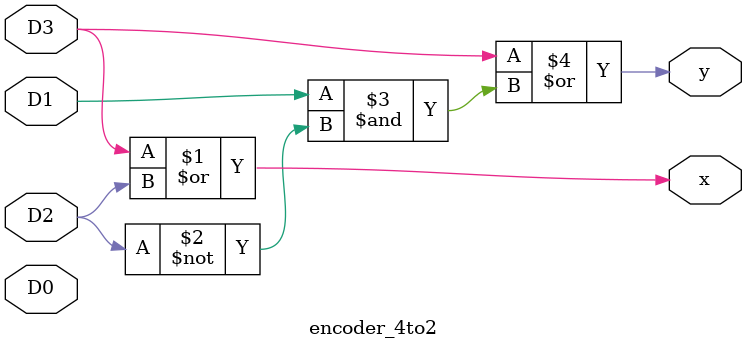
<source format=v>
`timescale 1ns / 1ps



module encoder_4to2(D0, D1, D2, D3, x, y);

input D0, D1, D2, D3;

output x, y;

wire x, y;

assign x = D3 | D2;

assign y = D3 | (D1 & (~D2));

endmodule

</source>
